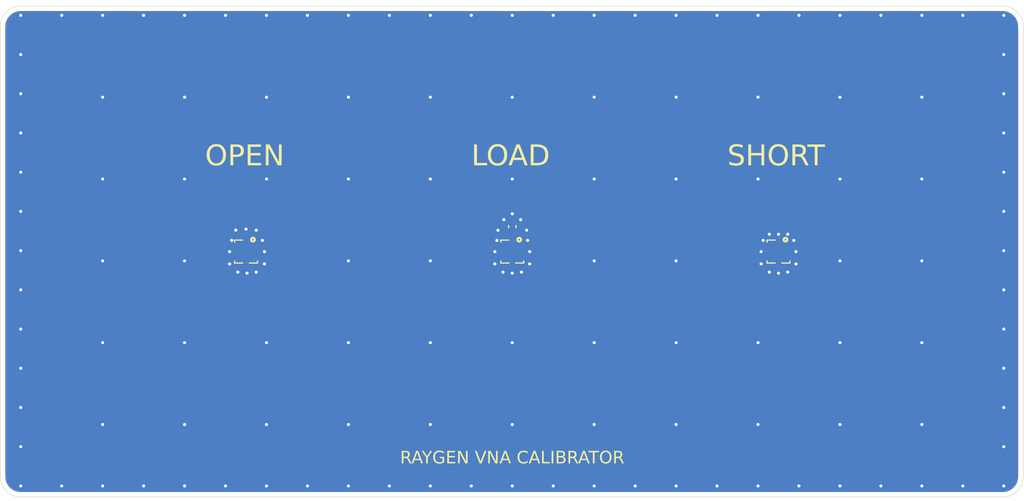
<source format=kicad_pcb>
(kicad_pcb (version 20240108) (generator "pcbnew") (generator_version "8.0")
  (layers (0 "F.Cu" signal) (1 "In1.Cu" signal) (2 "In2.Cu" signal) (31 "B.Cu" signal) (34 "B.Paste" user) (35 "F.Paste" user) (36 "B.SilkS" user "B.Silkscreen") (37 "F.SilkS" user "F.Silkscreen") (38 "B.Mask" user) (39 "F.Mask" user) (44 "Edge.Cuts" user))
  (net 0 "")
  (net 1 "GND")
  (net 6 "Net-(J3-In)")
  (footprint "Connector_Coaxial_Custom:Murata_MM8030_2610_Custom" (layer "F.Cu") (at 139 100.09)
    (property "Reference" "J3" (hide yes))
    (property "Value" "Conn_Coaxial_Switched" (hide yes))
    (fp_poly (pts (xy -0.5 -0.32) (xy 0.5 -0.32) (xy 0.5 0.32) (xy -0.5 0.32)) (fill solid) (layer "F.Cu"))
    (fp_line (start -1.12 -1.12) (end -0.32 -1.12) (stroke (width 0.12)) (layer "F.SilkS"))
    (fp_line (start -1.12 -0.92) (end -1.12 -1.12) (stroke (width 0.12)) (layer "F.SilkS"))
    (fp_line (start -1.12 0.92) (end -1.12 1.12) (stroke (width 0.12)) (layer "F.SilkS"))
    (fp_line (start -0.32 1.12) (end -1.12 1.12) (stroke (width 0.12)) (layer "F.SilkS"))
    (fp_line (start 1.12 0.92) (end 1.12 1.12) (stroke (width 0.12)) (layer "F.SilkS"))
    (fp_line (start 1.12 1.12) (end 0.32 1.12) (stroke (width 0.12)) (layer "F.SilkS"))
    (fp_circle (center 0.68 -1.16) (end 0.76 -1.16) (stroke (width 0.2)) (fill none) (layer "F.SilkS"))
    (pad "1" smd roundrect (at 0 -0.95) (size 0.5 0.4) (layers "F.Cu" "F.Mask") (roundrect_rratio 0.1) (net 6 "Net-(J3-In)"))
    (pad "2" smd roundrect (at 0 0.95) (size 0.5 0.4) (layers "F.Cu" "F.Mask") (roundrect_rratio 0.1))
    (pad "3" smd custom (at -0.915 0) (size 0.47 1.1) (layers "F.Cu") (net 1 "GND") (options (clearance outline) (anchor rect)) (primitives (gr_poly (pts (xy 0.245 0.54) (xy -0.235 1.02) (xy -0.235 0.54)) (width 0) (fill yes)) (gr_poly (pts (xy 0.255 -0.53) (xy -0.235 -1.02) (xy -0.235 -0.53)) (width 0) (fill yes)) (gr_poly (pts (xy -0.235 0.55) (xy -0.235 -0.55) (xy 0.235 -0.55) (xy 0.465 -0.32) (xy 0.465 0.32) (xy 0.235 0.55)) (width 0) (fill yes))))
    (pad "3" smd custom (at 0.915 0 180) (size 0.47 1.1) (layers "F.Cu") (net 1 "GND") (options (clearance outline) (anchor rect)) (primitives (gr_poly (pts (xy -0.235 0.55) (xy -0.235 -0.55) (xy 0.235 -0.55) (xy 0.465 -0.32) (xy 0.465 0.32) (xy 0.235 0.55)) (width 0) (fill yes)) (gr_poly (pts (xy 0.245 0.54) (xy -0.235 1.02) (xy -0.235 0.54)) (width 0) (fill yes)) (gr_poly (pts (xy 0.245 -0.54) (xy -0.235 -1.02) (xy -0.235 -0.54)) (width 0) (fill yes))))
  )
  (footprint "Connector_Coaxial_Custom:Murata_MM8030_2610_Custom" (layer "F.Cu") (at 165 100.09)
    (property "Reference" "J1" (hide yes))
    (property "Value" "Conn_Coaxial_Switched" (hide yes))
    (fp_poly (pts (xy -0.5 -0.32) (xy 0.5 -0.32) (xy 0.5 0.32) (xy -0.5 0.32)) (fill solid) (layer "F.Cu"))
    (fp_line (start -1.12 -1.12) (end -0.32 -1.12) (stroke (width 0.12)) (layer "F.SilkS"))
    (fp_line (start -1.12 -0.92) (end -1.12 -1.12) (stroke (width 0.12)) (layer "F.SilkS"))
    (fp_line (start -1.12 0.92) (end -1.12 1.12) (stroke (width 0.12)) (layer "F.SilkS"))
    (fp_line (start -0.32 1.12) (end -1.12 1.12) (stroke (width 0.12)) (layer "F.SilkS"))
    (fp_line (start 1.12 0.92) (end 1.12 1.12) (stroke (width 0.12)) (layer "F.SilkS"))
    (fp_line (start 1.12 1.12) (end 0.32 1.12) (stroke (width 0.12)) (layer "F.SilkS"))
    (fp_circle (center 0.68 -1.16) (end 0.76 -1.16) (stroke (width 0.2)) (fill none) (layer "F.SilkS"))
    (pad "1" smd roundrect (at 0 -0.95) (size 0.5 0.4) (layers "F.Cu" "F.Mask") (roundrect_rratio 0.1) (net 1 "GND"))
    (pad "2" smd roundrect (at 0 0.95) (size 0.5 0.4) (layers "F.Cu" "F.Mask") (roundrect_rratio 0.1))
    (pad "3" smd custom (at -0.915 0) (size 0.47 1.1) (layers "F.Cu") (net 1 "GND") (options (clearance outline) (anchor rect)) (primitives (gr_poly (pts (xy 0.245 0.54) (xy -0.235 1.02) (xy -0.235 0.54)) (width 0) (fill yes)) (gr_poly (pts (xy 0.255 -0.53) (xy -0.235 -1.02) (xy -0.235 -0.53)) (width 0) (fill yes)) (gr_poly (pts (xy -0.235 0.55) (xy -0.235 -0.55) (xy 0.235 -0.55) (xy 0.465 -0.32) (xy 0.465 0.32) (xy 0.235 0.55)) (width 0) (fill yes))))
    (pad "3" smd custom (at 0.915 0 180) (size 0.47 1.1) (layers "F.Cu") (net 1 "GND") (options (clearance outline) (anchor rect)) (primitives (gr_poly (pts (xy -0.235 0.55) (xy -0.235 -0.55) (xy 0.235 -0.55) (xy 0.465 -0.32) (xy 0.465 0.32) (xy 0.235 0.55)) (width 0) (fill yes)) (gr_poly (pts (xy 0.245 0.54) (xy -0.235 1.02) (xy -0.235 0.54)) (width 0) (fill yes)) (gr_poly (pts (xy 0.245 -0.54) (xy -0.235 -1.02) (xy -0.235 -0.54)) (width 0) (fill yes))))
  )
  (footprint "Connector_Coaxial_Custom:Murata_MM8030_2610_Custom" (layer "F.Cu") (at 113 100.09)
    (property "Reference" "J2" (hide yes))
    (property "Value" "Conn_Coaxial_Switched" (hide yes))
    (fp_poly (pts (xy -0.5 -0.32) (xy 0.5 -0.32) (xy 0.5 0.32) (xy -0.5 0.32)) (fill solid) (layer "F.Cu"))
    (fp_line (start -1.12 -1.12) (end -0.32 -1.12) (stroke (width 0.12)) (layer "F.SilkS"))
    (fp_line (start -1.12 -0.92) (end -1.12 -1.12) (stroke (width 0.12)) (layer "F.SilkS"))
    (fp_line (start -1.12 0.92) (end -1.12 1.12) (stroke (width 0.12)) (layer "F.SilkS"))
    (fp_line (start -0.32 1.12) (end -1.12 1.12) (stroke (width 0.12)) (layer "F.SilkS"))
    (fp_line (start 1.12 0.92) (end 1.12 1.12) (stroke (width 0.12)) (layer "F.SilkS"))
    (fp_line (start 1.12 1.12) (end 0.32 1.12) (stroke (width 0.12)) (layer "F.SilkS"))
    (fp_circle (center 0.68 -1.16) (end 0.76 -1.16) (stroke (width 0.2)) (fill none) (layer "F.SilkS"))
    (pad "1" smd roundrect (at 0 -0.95) (size 0.5 0.4) (layers "F.Cu" "F.Mask") (roundrect_rratio 0.1))
    (pad "2" smd roundrect (at 0 0.95) (size 0.5 0.4) (layers "F.Cu" "F.Mask") (roundrect_rratio 0.1))
    (pad "3" smd custom (at -0.915 0) (size 0.47 1.1) (layers "F.Cu") (net 1 "GND") (options (clearance outline) (anchor rect)) (primitives (gr_poly (pts (xy 0.245 0.54) (xy -0.235 1.02) (xy -0.235 0.54)) (width 0) (fill yes)) (gr_poly (pts (xy 0.255 -0.53) (xy -0.235 -1.02) (xy -0.235 -0.53)) (width 0) (fill yes)) (gr_poly (pts (xy -0.235 0.55) (xy -0.235 -0.55) (xy 0.235 -0.55) (xy 0.465 -0.32) (xy 0.465 0.32) (xy 0.235 0.55)) (width 0) (fill yes))))
    (pad "3" smd custom (at 0.915 0 180) (size 0.47 1.1) (layers "F.Cu") (net 1 "GND") (options (clearance outline) (anchor rect)) (primitives (gr_poly (pts (xy -0.235 0.55) (xy -0.235 -0.55) (xy 0.235 -0.55) (xy 0.465 -0.32) (xy 0.465 0.32) (xy 0.235 0.55)) (width 0) (fill yes)) (gr_poly (pts (xy 0.245 0.54) (xy -0.235 1.02) (xy -0.235 0.54)) (width 0) (fill yes)) (gr_poly (pts (xy 0.245 -0.54) (xy -0.235 -1.02) (xy -0.235 -0.54)) (width 0) (fill yes))))
  )
  (footprint "Resistor_SMD_Custom:R_0402_1005Metric_Custom" (layer "F.Cu") (at 139 97.645211 90)
    (property "Reference" "R1" (hide yes))
    (property "Value" "R1")
    (fp_line (start -0.107836 -0.36) (end 0.107836 -0.36) (stroke (width 0.12)) (layer "F.SilkS"))
    (fp_line (start -0.107836 0.36) (end 0.107836 0.36) (stroke (width 0.12)) (layer "F.SilkS"))
    (pad "1" smd roundrect (at -0.499999 0 90) (size 0.5 0.6) (layers "F.Cu" "F.Paste" "F.Mask") (net 6 "Net-(J3-In)"))
    (pad "2" smd roundrect (at 0.499999 0 90) (size 0.5 0.6) (layers "F.Cu" "F.Paste" "F.Mask") (net 1 "GND"))
  )
  (gr_line (start 89 122.09) (end 89 78.09) (stroke (width 0.05)) (layer "Edge.Cuts"))
  (gr_line (start 91 76.09) (end 186.9 76.09) (stroke (width 0.05)) (layer "Edge.Cuts"))
  (gr_arc (start 186.9 76.09) (mid 188.314214 76.675786) (end 188.9 78.09) (stroke (width 0.05)) (layer "Edge.Cuts"))
  (gr_arc (start 188.9 122.09) (mid 188.314214 123.504214) (end 186.9 124.09) (stroke (width 0.05)) (layer "Edge.Cuts"))
  (gr_line (start 188.9 78.09) (end 188.9 122.09) (stroke (width 0.05)) (layer "Edge.Cuts"))
  (gr_arc (start 89 78.09) (mid 89.585786 76.675786) (end 91 76.09) (stroke (width 0.05)) (layer "Edge.Cuts"))
  (gr_arc (start 91 124.09) (mid 89.585786 123.504214) (end 89 122.09) (stroke (width 0.05)) (layer "Edge.Cuts"))
  (gr_line (start 186.9 124.09) (end 91 124.09) (stroke (width 0.05)) (layer "Edge.Cuts"))
  (gr_text "RAYGEN VNA CALIBRATOR" (at 139 121 0) (layer "F.SilkS") (effects (font (size 1.2 1.2) (thickness 0.1)) (justify bottom)))
  (gr_text "SHORT" (at 160 92 0) (layer "F.SilkS") (effects (font (size 2 2) (thickness 0.1)) (justify left bottom)))
  (gr_text "OPEN" (at 109 92 0) (layer "F.SilkS") (effects (font (size 2 2) (thickness 0.1)) (justify left bottom)))
  (gr_text "LOAD" (at 135 92 0) (layer "F.SilkS") (effects (font (size 2 2) (thickness 0.1)) (justify left bottom)))
  (segment (start 164.085 99.760736) (end 164.705736 99.14) (width 1.1) (layer "F.Cu") (net 1))
  (segment (start 164.705736 99.14) (end 165 99.14) (width 1.1) (layer "F.Cu") (net 1))
  (segment (start 164.92 99.29) (end 165.214264 99.29) (width 1.1) (layer "F.Cu") (net 1))
  (segment (start 165.294264 99.14) (end 165.915 99.760736) (width 1.1) (layer "F.Cu") (net 1))
  (segment (start 165.915 99.760736) (end 165.915 100.09) (width 1.1) (layer "F.Cu") (net 1))
  (segment (start 164.085 100.09) (end 164.085 99.760736) (width 1.1) (layer "F.Cu") (net 1))
  (via (at 131 123) (size 0.6) (drill 0.3) (layers "F.Cu" "B.Cu") (net 1))
  (via (at 147 93) (size 0.6) (drill 0.3) (layers "F.Cu" "B.Cu") (net 1))
  (via (at 179 117) (size 0.6) (drill 0.3) (layers "F.Cu" "B.Cu") (net 1))
  (via (at 91 107.666664) (size 0.6) (drill 0.3) (layers "F.Cu" "B.Cu") (net 1))
  (via (at 140.5 99) (size 0.6) (drill 0.3) (layers "F.Cu" "B.Cu") (net 1))
  (via (at 91 80.833333) (size 0.6) (drill 0.3) (layers "F.Cu" "B.Cu") (net 1))
  (via (at 99 117) (size 0.6) (drill 0.3) (layers "F.Cu" "B.Cu") (net 1))
  (via (at 147 117) (size 0.6) (drill 0.3) (layers "F.Cu" "B.Cu") (net 1))
  (via (at 99 93) (size 0.6) (drill 0.3) (layers "F.Cu" "B.Cu") (net 1))
  (via (at 166.999999 77) (size 0.6) (drill 0.3) (layers "F.Cu" "B.Cu") (net 1))
  (via (at 119 77) (size 0.6) (drill 0.3) (layers "F.Cu" "B.Cu") (net 1))
  (via (at 155 109) (size 0.6) (drill 0.3) (layers "F.Cu" "B.Cu") (net 1))
  (via (at 123 123) (size 0.6) (drill 0.3) (layers "F.Cu" "B.Cu") (net 1))
  (via (at 138.999999 123) (size 0.6) (drill 0.3) (layers "F.Cu" "B.Cu") (net 1))
  (via (at 165.9 102.1) (size 0.6) (drill 0.3) (layers "F.Cu" "B.Cu") (net 1))
  (via (at 114.6 99) (size 0.6) (drill 0.3) (layers "F.Cu" "B.Cu") (net 1))
  (via (at 99 109) (size 0.6) (drill 0.3) (layers "F.Cu" "B.Cu") (net 1))
  (via (at 123 101) (size 0.6) (drill 0.3) (layers "F.Cu" "B.Cu") (net 1))
  (via (at 107 101) (size 0.6) (drill 0.3) (layers "F.Cu" "B.Cu") (net 1))
  (via (at 187 80.833333) (size 0.6) (drill 0.3) (layers "F.Cu" "B.Cu") (net 1))
  (via (at 115 123) (size 0.6) (drill 0.3) (layers "F.Cu" "B.Cu") (net 1))
  (via (at 134.999999 77) (size 0.6) (drill 0.3) (layers "F.Cu" "B.Cu") (net 1))
  (via (at 134.999999 123) (size 0.6) (drill 0.3) (layers "F.Cu" "B.Cu") (net 1))
  (via (at 115 77) (size 0.6) (drill 0.3) (layers "F.Cu" "B.Cu") (net 1))
  (via (at 159 77) (size 0.6) (drill 0.3) (layers "F.Cu" "B.Cu") (net 1))
  (via (at 187 96.166665) (size 0.6) (drill 0.3) (layers "F.Cu" "B.Cu") (net 1))
  (via (at 113 97.9) (size 0.6) (drill 0.3) (layers "F.Cu" "B.Cu") (net 1))
  (via (at 187 77) (size 0.6) (drill 0.3) (layers "F.Cu" "B.Cu") (net 1))
  (via (at 138.999999 77) (size 0.6) (drill 0.3) (layers "F.Cu" "B.Cu") (net 1))
  (via (at 115 117) (size 0.6) (drill 0.3) (layers "F.Cu" "B.Cu") (net 1))
  (via (at 155 101) (size 0.6) (drill 0.3) (layers "F.Cu" "B.Cu") (net 1))
  (via (at 91 84.666666) (size 0.6) (drill 0.3) (layers "F.Cu" "B.Cu") (net 1))
  (via (at 166.999999 123) (size 0.6) (drill 0.3) (layers "F.Cu" "B.Cu") (net 1))
  (via (at 175.000001 123) (size 0.6) (drill 0.3) (layers "F.Cu" "B.Cu") (net 1))
  (via (at 139 109) (size 0.6) (drill 0.3) (layers "F.Cu" "B.Cu") (net 1))
  (via (at 111.6 99) (size 0.6) (drill 0.3) (layers "F.Cu" "B.Cu") (net 1))
  (via (at 114 102.1) (size 0.6) (drill 0.3) (layers "F.Cu" "B.Cu") (net 1))
  (via (at 113.1 102.2) (size 0.6) (drill 0.3) (layers "F.Cu" "B.Cu") (net 1))
  (via (at 138.1 102.1) (size 0.6) (drill 0.3) (layers "F.Cu" "B.Cu") (net 1))
  (via (at 99 123) (size 0.6) (drill 0.3) (layers "F.Cu" "B.Cu") (net 1))
  (via (at 137.3 101.3) (size 0.6) (drill 0.3) (layers "F.Cu" "B.Cu") (net 1))
  (via (at 143.000001 123) (size 0.6) (drill 0.3) (layers "F.Cu" "B.Cu") (net 1))
  (via (at 183 123) (size 0.6) (drill 0.3) (layers "F.Cu" "B.Cu") (net 1))
  (via (at 114.8 101.3) (size 0.6) (drill 0.3) (layers "F.Cu" "B.Cu") (net 1))
  (via (at 159 123) (size 0.6) (drill 0.3) (layers "F.Cu" "B.Cu") (net 1))
  (via (at 163.3 100.1) (size 0.6) (drill 0.3) (layers "F.Cu" "B.Cu") (net 1))
  (via (at 163 93) (size 0.6) (drill 0.3) (layers "F.Cu" "B.Cu") (net 1))
  (via (at 179 101) (size 0.6) (drill 0.3) (layers "F.Cu" "B.Cu") (net 1))
  (via (at 115 93) (size 0.6) (drill 0.3) (layers "F.Cu" "B.Cu") (net 1))
  (via (at 155 123) (size 0.6) (drill 0.3) (layers "F.Cu" "B.Cu") (net 1))
  (via (at 138.178177 96.972966) (size 0.6) (drill 0.3) (layers "F.Cu" "B.Cu") (net 1))
  (via (at 164.1 98.4) (size 0.6) (drill 0.3) (layers "F.Cu" "B.Cu") (net 1))
  (via (at 151 123) (size 0.6) (drill 0.3) (layers "F.Cu" "B.Cu") (net 1))
  (via (at 166.7 100.1) (size 0.6) (drill 0.3) (layers "F.Cu" "B.Cu") (net 1))
  (via (at 91 77) (size 0.6) (drill 0.3) (layers "F.Cu" "B.Cu") (net 1))
  (via (at 114.8 100.1) (size 0.6) (drill 0.3) (layers "F.Cu" "B.Cu") (net 1))
  (via (at 155 77) (size 0.6) (drill 0.3) (layers "F.Cu" "B.Cu") (net 1))
  (via (at 187 115.33333) (size 0.6) (drill 0.3) (layers "F.Cu" "B.Cu") (net 1))
  (via (at 123 85) (size 0.6) (drill 0.3) (layers "F.Cu" "B.Cu") (net 1))
  (via (at 111 123) (size 0.6) (drill 0.3) (layers "F.Cu" "B.Cu") (net 1))
  (via (at 137.605309 98.00516) (size 0.6) (drill 0.3) (layers "F.Cu" "B.Cu") (net 1))
  (via (at 179 93) (size 0.6) (drill 0.3) (layers "F.Cu" "B.Cu") (net 1))
  (via (at 187 99.999998) (size 0.6) (drill 0.3) (layers "F.Cu" "B.Cu") (net 1))
  (via (at 114 98) (size 0.6) (drill 0.3) (layers "F.Cu" "B.Cu") (net 1))
  (via (at 163 109) (size 0.6) (drill 0.3) (layers "F.Cu" "B.Cu") (net 1))
  (via (at 179 85) (size 0.6) (drill 0.3) (layers "F.Cu" "B.Cu") (net 1))
  (via (at 171 117) (size 0.6) (drill 0.3) (layers "F.Cu" "B.Cu") (net 1))
  (via (at 139 96.4) (size 0.6) (drill 0.3) (layers "F.Cu" "B.Cu") (net 1))
  (via (at 139.9 102.1) (size 0.6) (drill 0.3) (layers "F.Cu" "B.Cu") (net 1))
  (via (at 155 93) (size 0.6) (drill 0.3) (layers "F.Cu" "B.Cu") (net 1))
  (via (at 163.5 99) (size 0.6) (drill 0.3) (layers "F.Cu" "B.Cu") (net 1))
  (via (at 179 109) (size 0.6) (drill 0.3) (layers "F.Cu" "B.Cu") (net 1))
  (via (at 91 119.166663) (size 0.6) (drill 0.3) (layers "F.Cu" "B.Cu") (net 1))
  (via (at 91 99.999998) (size 0.6) (drill 0.3) (layers "F.Cu" "B.Cu") (net 1))
  (via (at 164.1 102.1) (size 0.6) (drill 0.3) (layers "F.Cu" "B.Cu") (net 1))
  (via (at 171 101) (size 0.6) (drill 0.3) (layers "F.Cu" "B.Cu") (net 1))
  (via (at 179 77) (size 0.6) (drill 0.3) (layers "F.Cu" "B.Cu") (net 1))
  (via (at 147 85) (size 0.6) (drill 0.3) (layers "F.Cu" "B.Cu") (net 1))
  (via (at 123 77) (size 0.6) (drill 0.3) (layers "F.Cu" "B.Cu") (net 1))
  (via (at 91 103.833331) (size 0.6) (drill 0.3) (layers "F.Cu" "B.Cu") (net 1))
  (via (at 123 109) (size 0.6) (drill 0.3) (layers "F.Cu" "B.Cu") (net 1))
  (via (at 127 123) (size 0.6) (drill 0.3) (layers "F.Cu" "B.Cu") (net 1))
  (via (at 91 92.333332) (size 0.6) (drill 0.3) (layers "F.Cu" "B.Cu") (net 1))
  (via (at 170.999999 77) (size 0.6) (drill 0.3) (layers "F.Cu" "B.Cu") (net 1))
  (via (at 171 93) (size 0.6) (drill 0.3) (layers "F.Cu" "B.Cu") (net 1))
  (via (at 103 77) (size 0.6) (drill 0.3) (layers "F.Cu" "B.Cu") (net 1))
  (via (at 131 109) (size 0.6) (drill 0.3) (layers "F.Cu" "B.Cu") (net 1))
  (via (at 165.9 98.4) (size 0.6) (drill 0.3) (layers "F.Cu" "B.Cu") (net 1))
  (via (at 139 85) (size 0.6) (drill 0.3) (layers "F.Cu" "B.Cu") (net 1))
  (via (at 171 109) (size 0.6) (drill 0.3) (layers "F.Cu" "B.Cu") (net 1))
  (via (at 123 93) (size 0.6) (drill 0.3) (layers "F.Cu" "B.Cu") (net 1))
  (via (at 119 123) (size 0.6) (drill 0.3) (layers "F.Cu" "B.Cu") (net 1))
  (via (at 95 123) (size 0.6) (drill 0.3) (layers "F.Cu" "B.Cu") (net 1))
  (via (at 115 109) (size 0.6) (drill 0.3) (layers "F.Cu" "B.Cu") (net 1))
  (via (at 111 77) (size 0.6) (drill 0.3) (layers "F.Cu" "B.Cu") (net 1))
  (via (at 175.000001 77) (size 0.6) (drill 0.3) (layers "F.Cu" "B.Cu") (net 1))
  (via (at 137.3 100.1) (size 0.6) (drill 0.3) (layers "F.Cu" "B.Cu") (net 1))
  (via (at 147 123) (size 0.6) (drill 0.3) (layers "F.Cu" "B.Cu") (net 1))
  (via (at 107 93) (size 0.6) (drill 0.3) (layers "F.Cu" "B.Cu") (net 1))
  (via (at 107 85) (size 0.6) (drill 0.3) (layers "F.Cu" "B.Cu") (net 1))
  (via (at 107 109) (size 0.6) (drill 0.3) (layers "F.Cu" "B.Cu") (net 1))
  (via (at 179 123) (size 0.6) (drill 0.3) (layers "F.Cu" "B.Cu") (net 1))
  (via (at 137.5 99) (size 0.6) (drill 0.3) (layers "F.Cu" "B.Cu") (net 1))
  (via (at 131 77) (size 0.6) (drill 0.3) (layers "F.Cu" "B.Cu") (net 1))
  (via (at 187 107.666664) (size 0.6) (drill 0.3) (layers "F.Cu" "B.Cu") (net 1))
  (via (at 187 103.833331) (size 0.6) (drill 0.3) (layers "F.Cu" "B.Cu") (net 1))
  (via (at 131 117) (size 0.6) (drill 0.3) (layers "F.Cu" "B.Cu") (net 1))
  (via (at 91 123) (size 0.6) (drill 0.3) (layers "F.Cu" "B.Cu") (net 1))
  (via (at 163 85) (size 0.6) (drill 0.3) (layers "F.Cu" "B.Cu") (net 1))
  (via (at 91 111.499997) (size 0.6) (drill 0.3) (layers "F.Cu" "B.Cu") (net 1))
  (via (at 107 77) (size 0.6) (drill 0.3) (layers "F.Cu" "B.Cu") (net 1))
  (via (at 163.3 101.3) (size 0.6) (drill 0.3) (layers "F.Cu" "B.Cu") (net 1))
  (via (at 165 98.4) (size 0.6) (drill 0.3) (layers "F.Cu" "B.Cu") (net 1))
  (via (at 95 77) (size 0.6) (drill 0.3) (layers "F.Cu" "B.Cu") (net 1))
  (via (at 99 77) (size 0.6) (drill 0.3) (layers "F.Cu" "B.Cu") (net 1))
  (via (at 140.7 101.3) (size 0.6) (drill 0.3) (layers "F.Cu" "B.Cu") (net 1))
  (via (at 112.2 102.1) (size 0.6) (drill 0.3) (layers "F.Cu" "B.Cu") (net 1))
  (via (at 111.4 101.3) (size 0.6) (drill 0.3) (layers "F.Cu" "B.Cu") (net 1))
  (via (at 139 117) (size 0.6) (drill 0.3) (layers "F.Cu" "B.Cu") (net 1))
  (via (at 187 111.499997) (size 0.6) (drill 0.3) (layers "F.Cu" "B.Cu") (net 1))
  (via (at 171 85) (size 0.6) (drill 0.3) (layers "F.Cu" "B.Cu") (net 1))
  (via (at 103 123) (size 0.6) (drill 0.3) (layers "F.Cu" "B.Cu") (net 1))
  (via (at 187 123) (size 0.6) (drill 0.3) (layers "F.Cu" "B.Cu") (net 1))
  (via (at 112 98) (size 0.6) (drill 0.3) (layers "F.Cu" "B.Cu") (net 1))
  (via (at 131 85) (size 0.6) (drill 0.3) (layers "F.Cu" "B.Cu") (net 1))
  (via (at 183 77) (size 0.6) (drill 0.3) (layers "F.Cu" "B.Cu") (net 1))
  (via (at 187 88.499999) (size 0.6) (drill 0.3) (layers "F.Cu" "B.Cu") (net 1))
  (via (at 143.000001 77) (size 0.6) (drill 0.3) (layers "F.Cu" "B.Cu") (net 1))
  (via (at 127 77) (size 0.6) (drill 0.3) (layers "F.Cu" "B.Cu") (net 1))
  (via (at 155 85) (size 0.6) (drill 0.3) (layers "F.Cu" "B.Cu") (net 1))
  (via (at 163 117) (size 0.6) (drill 0.3) (layers "F.Cu" "B.Cu") (net 1))
  (via (at 166.7 101.3) (size 0.6) (drill 0.3) (layers "F.Cu" "B.Cu") (net 1))
  (via (at 170.999999 123) (size 0.6) (drill 0.3) (layers "F.Cu" "B.Cu") (net 1))
  (via (at 139.819366 96.978127) (size 0.6) (drill 0.3) (layers "F.Cu" "B.Cu") (net 1))
  (via (at 131 101) (size 0.6) (drill 0.3) (layers "F.Cu" "B.Cu") (net 1))
  (via (at 140.407716 97.999999) (size 0.6) (drill 0.3) (layers "F.Cu" "B.Cu") (net 1))
  (via (at 155 117) (size 0.6) (drill 0.3) (layers "F.Cu" "B.Cu") (net 1))
  (via (at 140.7 100.1) (size 0.6) (drill 0.3) (layers "F.Cu" "B.Cu") (net 1))
  (via (at 139 102.2) (size 0.6) (drill 0.3) (layers "F.Cu" "B.Cu") (net 1))
  (via (at 111.4 100.1) (size 0.6) (drill 0.3) (layers "F.Cu" "B.Cu") (net 1))
  (via (at 99 101) (size 0.6) (drill 0.3) (layers "F.Cu" "B.Cu") (net 1))
  (via (at 123 117) (size 0.6) (drill 0.3) (layers "F.Cu" "B.Cu") (net 1))
  (via (at 115 85) (size 0.6) (drill 0.3) (layers "F.Cu" "B.Cu") (net 1))
  (via (at 107 117) (size 0.6) (drill 0.3) (layers "F.Cu" "B.Cu") (net 1))
  (via (at 91 115.33333) (size 0.6) (drill 0.3) (layers "F.Cu" "B.Cu") (net 1))
  (via (at 99 85) (size 0.6) (drill 0.3) (layers "F.Cu" "B.Cu") (net 1))
  (via (at 187 92.333332) (size 0.6) (drill 0.3) (layers "F.Cu" "B.Cu") (net 1))
  (via (at 91 88.499999) (size 0.6) (drill 0.3) (layers "F.Cu" "B.Cu") (net 1))
  (via (at 163 123) (size 0.6) (drill 0.3) (layers "F.Cu" "B.Cu") (net 1))
  (via (at 187 84.666666) (size 0.6) (drill 0.3) (layers "F.Cu" "B.Cu") (net 1))
  (via (at 151 77) (size 0.6) (drill 0.3) (layers "F.Cu" "B.Cu") (net 1))
  (via (at 131 93) (size 0.6) (drill 0.3) (layers "F.Cu" "B.Cu") (net 1))
  (via (at 187 119.166663) (size 0.6) (drill 0.3) (layers "F.Cu" "B.Cu") (net 1))
  (via (at 165 102.2) (size 0.6) (drill 0.3) (layers "F.Cu" "B.Cu") (net 1))
  (via (at 147 101) (size 0.6) (drill 0.3) (layers "F.Cu" "B.Cu") (net 1))
  (via (at 163 77) (size 0.6) (drill 0.3) (layers "F.Cu" "B.Cu") (net 1))
  (via (at 139 93) (size 0.6) (drill 0.3) (layers "F.Cu" "B.Cu") (net 1))
  (via (at 91 96.166665) (size 0.6) (drill 0.3) (layers "F.Cu" "B.Cu") (net 1))
  (via (at 107 123) (size 0.6) (drill 0.3) (layers "F.Cu" "B.Cu") (net 1))
  (via (at 147 77) (size 0.6) (drill 0.3) (layers "F.Cu" "B.Cu") (net 1))
  (via (at 147 109) (size 0.6) (drill 0.3) (layers "F.Cu" "B.Cu") (net 1))
  (via (at 166.5 99) (size 0.6) (drill 0.3) (layers "F.Cu" "B.Cu") (net 1))
  (segment (start 139 99) (end 139 98.2) (width 0.225) (layer "F.Cu") (net 6))
  (zone (net 1) (net_name "GND") (layer "F.Cu") (connect_pads yes (clearance 0.6)) (min_thickness 0.25) (fill yes (thermal_gap 0.5) (thermal_bridge_width 0.5))
    (polygon (pts (xy 189 124.5) (xy 89 124.5) (xy 89 75.5) (xy 189 75.5)))
    (polygon (pts (xy 111.878103 102) (xy 114.112417 102) (xy 114.112417 98.22362) (xy 111.878103 98.22362)))
    (polygon (pts (xy 137.908437 97.28798) (xy 137.908437 102) (xy 140.100224 102) (xy 140.100224 97.28798)))
  )
  (zone (net 1) (net_name "GND") (layers "In1.Cu" "In2.Cu" "B.Cu") (connect_pads yes (clearance 0.6)) (min_thickness 0.25) (fill yes (thermal_gap 0.5) (thermal_bridge_width 0.5))
    (polygon (pts (xy 89 76) (xy 189 76) (xy 189 124) (xy 89 124)))
  )
)
</source>
